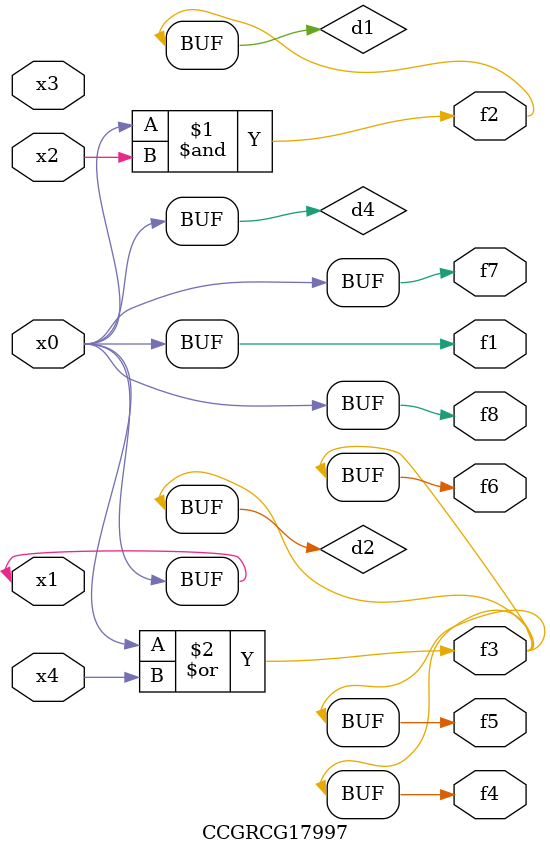
<source format=v>
module CCGRCG17997(
	input x0, x1, x2, x3, x4,
	output f1, f2, f3, f4, f5, f6, f7, f8
);

	wire d1, d2, d3, d4;

	and (d1, x0, x2);
	or (d2, x0, x4);
	nand (d3, x0, x2);
	buf (d4, x0, x1);
	assign f1 = d4;
	assign f2 = d1;
	assign f3 = d2;
	assign f4 = d2;
	assign f5 = d2;
	assign f6 = d2;
	assign f7 = d4;
	assign f8 = d4;
endmodule

</source>
